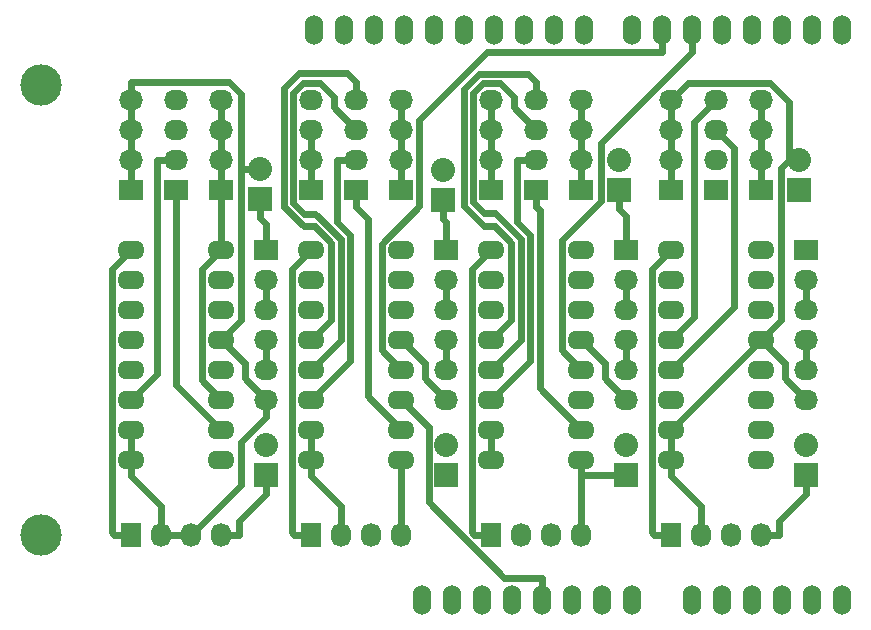
<source format=gbr>
G04 #@! TF.FileFunction,Copper,L2,Bot,Signal*
%FSLAX46Y46*%
G04 Gerber Fmt 4.6, Leading zero omitted, Abs format (unit mm)*
G04 Created by KiCad (PCBNEW 4.0.1-stable) date 2/3/2016 9:56:59 PM*
%MOMM*%
G01*
G04 APERTURE LIST*
%ADD10C,0.100000*%
%ADD11O,1.524000X2.540000*%
%ADD12R,2.032000X1.727200*%
%ADD13O,2.032000X1.727200*%
%ADD14R,1.727200X2.032000*%
%ADD15O,1.727200X2.032000*%
%ADD16R,2.032000X2.032000*%
%ADD17O,2.032000X2.032000*%
%ADD18O,2.300000X1.600000*%
%ADD19C,3.500000*%
%ADD20C,0.600000*%
G04 APERTURE END LIST*
D10*
D11*
X67760000Y-5534000D03*
X65220000Y-5534000D03*
X62680000Y-5534000D03*
X55060000Y-5534000D03*
X57600000Y-5534000D03*
X60140000Y-5534000D03*
X49980000Y-5534000D03*
X47440000Y-5534000D03*
X44900000Y-5534000D03*
X39820000Y-5534000D03*
X37280000Y-5534000D03*
X67760000Y42726000D03*
X65220000Y42726000D03*
X62680000Y42726000D03*
X60140000Y42726000D03*
X57600000Y42726000D03*
X55060000Y42726000D03*
X52520000Y42726000D03*
X49980000Y42726000D03*
X45916000Y42726000D03*
X43376000Y42726000D03*
X40836000Y42726000D03*
X38296000Y42726000D03*
X35756000Y42726000D03*
X33216000Y42726000D03*
X30676000Y42726000D03*
X28136000Y42726000D03*
X42360000Y-5534000D03*
X25596000Y42726000D03*
X23056000Y42726000D03*
X34740000Y-5534000D03*
X32200000Y-5534000D03*
D12*
X15240000Y29210000D03*
D13*
X15240000Y31750000D03*
X15240000Y34290000D03*
X15240000Y36830000D03*
D12*
X30480000Y29210000D03*
D13*
X30480000Y31750000D03*
X30480000Y34290000D03*
X30480000Y36830000D03*
D14*
X7620000Y0D03*
D15*
X10160000Y0D03*
X12700000Y0D03*
X15240000Y0D03*
D16*
X19050000Y5080000D03*
D17*
X19050000Y7620000D03*
D12*
X34290000Y24130000D03*
D13*
X34290000Y21590000D03*
X34290000Y19050000D03*
X34290000Y16510000D03*
X34290000Y13970000D03*
X34290000Y11430000D03*
D18*
X7620000Y24130000D03*
X7620000Y21590000D03*
X7620000Y19050000D03*
X7620000Y16510000D03*
X7620000Y13970000D03*
X7620000Y11430000D03*
X7620000Y8890000D03*
X7620000Y6350000D03*
X15240000Y6350000D03*
X15240000Y8890000D03*
X15240000Y11430000D03*
X15240000Y13970000D03*
X15240000Y16510000D03*
X15240000Y19050000D03*
X15240000Y21590000D03*
X15240000Y24130000D03*
X22860000Y24130000D03*
X22860000Y21590000D03*
X22860000Y19050000D03*
X22860000Y16510000D03*
X22860000Y13970000D03*
X22860000Y11430000D03*
X22860000Y8890000D03*
X22860000Y6350000D03*
X30480000Y6350000D03*
X30480000Y8890000D03*
X30480000Y11430000D03*
X30480000Y13970000D03*
X30480000Y16510000D03*
X30480000Y19050000D03*
X30480000Y21590000D03*
X30480000Y24130000D03*
X38100000Y24130000D03*
X38100000Y21590000D03*
X38100000Y19050000D03*
X38100000Y16510000D03*
X38100000Y13970000D03*
X38100000Y11430000D03*
X38100000Y8890000D03*
X38100000Y6350000D03*
X45720000Y6350000D03*
X45720000Y8890000D03*
X45720000Y11430000D03*
X45720000Y13970000D03*
X45720000Y16510000D03*
X45720000Y19050000D03*
X45720000Y21590000D03*
X45720000Y24130000D03*
X53340000Y24130000D03*
X53340000Y21590000D03*
X53340000Y19050000D03*
X53340000Y16510000D03*
X53340000Y13970000D03*
X53340000Y11430000D03*
X53340000Y8890000D03*
X53340000Y6350000D03*
X60960000Y6350000D03*
X60960000Y8890000D03*
X60960000Y11430000D03*
X60960000Y13970000D03*
X60960000Y16510000D03*
X60960000Y19050000D03*
X60960000Y21590000D03*
X60960000Y24130000D03*
D12*
X11430000Y29210000D03*
D13*
X11430000Y31750000D03*
X11430000Y34290000D03*
X11430000Y36830000D03*
D12*
X7620000Y29210000D03*
D13*
X7620000Y31750000D03*
X7620000Y34290000D03*
X7620000Y36830000D03*
D12*
X26670000Y29210000D03*
D13*
X26670000Y31750000D03*
X26670000Y34290000D03*
X26670000Y36830000D03*
D12*
X22860000Y29210000D03*
D13*
X22860000Y31750000D03*
X22860000Y34290000D03*
X22860000Y36830000D03*
D14*
X22860000Y0D03*
D15*
X25400000Y0D03*
X27940000Y0D03*
X30480000Y0D03*
D16*
X34290000Y5080000D03*
D17*
X34290000Y7620000D03*
D12*
X19050000Y24130000D03*
D13*
X19050000Y21590000D03*
X19050000Y19050000D03*
X19050000Y16510000D03*
X19050000Y13970000D03*
X19050000Y11430000D03*
D12*
X45720000Y29210000D03*
D13*
X45720000Y31750000D03*
X45720000Y34290000D03*
X45720000Y36830000D03*
D12*
X41910000Y29210000D03*
D13*
X41910000Y31750000D03*
X41910000Y34290000D03*
X41910000Y36830000D03*
D12*
X38100000Y29210000D03*
D13*
X38100000Y31750000D03*
X38100000Y34290000D03*
X38100000Y36830000D03*
D12*
X60960000Y29210000D03*
D13*
X60960000Y31750000D03*
X60960000Y34290000D03*
X60960000Y36830000D03*
D12*
X57150000Y29210000D03*
D13*
X57150000Y31750000D03*
X57150000Y34290000D03*
X57150000Y36830000D03*
D12*
X53340000Y29210000D03*
D13*
X53340000Y31750000D03*
X53340000Y34290000D03*
X53340000Y36830000D03*
D14*
X38100000Y0D03*
D15*
X40640000Y0D03*
X43180000Y0D03*
X45720000Y0D03*
D16*
X49530000Y5080000D03*
D17*
X49530000Y7620000D03*
D14*
X53340000Y0D03*
D15*
X55880000Y0D03*
X58420000Y0D03*
X60960000Y0D03*
D16*
X64770000Y5080000D03*
D17*
X64770000Y7620000D03*
D12*
X49530000Y24130000D03*
D13*
X49530000Y21590000D03*
X49530000Y19050000D03*
X49530000Y16510000D03*
X49530000Y13970000D03*
X49530000Y11430000D03*
D12*
X64770000Y24130000D03*
D13*
X64770000Y21590000D03*
X64770000Y19050000D03*
X64770000Y16510000D03*
X64770000Y13970000D03*
X64770000Y11430000D03*
D16*
X18542000Y28448000D03*
D17*
X18542000Y30988000D03*
D16*
X34036000Y28321000D03*
D17*
X34036000Y30861000D03*
D16*
X48895000Y29210000D03*
D17*
X48895000Y31750000D03*
D16*
X64135000Y29210000D03*
D17*
X64135000Y31750000D03*
D19*
X0Y38100000D03*
X0Y0D03*
D20*
X32774000Y9136000D02*
X30480000Y11430000D01*
X32774000Y2731000D02*
X32774000Y9136000D01*
X39168000Y-3664000D02*
X32774000Y2731000D01*
X42360000Y-3664000D02*
X39168000Y-3664000D01*
X42360000Y-5534000D02*
X42360000Y-3664000D01*
X15240000Y24130000D02*
X15240000Y29210000D01*
X13571100Y13099000D02*
X15240000Y11430000D01*
X13571100Y22461000D02*
X13571100Y13099000D01*
X15240000Y24130000D02*
X13571100Y22461000D01*
X19050000Y26324000D02*
X19050000Y24130000D01*
X18542000Y26832000D02*
X19050000Y26324000D01*
X18542000Y28448000D02*
X18542000Y26832000D01*
X34290000Y26451000D02*
X34290000Y24130000D01*
X34036000Y26705000D02*
X34290000Y26451000D01*
X34036000Y28321000D02*
X34036000Y26705000D01*
X49530000Y26959000D02*
X49530000Y24130000D01*
X48895000Y27594000D02*
X49530000Y26959000D01*
X48895000Y29210000D02*
X48895000Y27594000D01*
X15240000Y36830000D02*
X15240000Y34290000D01*
X30480000Y36830000D02*
X30480000Y34290000D01*
X45720000Y36830000D02*
X45720000Y34290000D01*
X60960000Y36830000D02*
X60960000Y34290000D01*
X60960000Y34290000D02*
X60960000Y31750000D01*
X60960000Y31750000D02*
X60960000Y29210000D01*
X45720000Y34290000D02*
X45720000Y31750000D01*
X45720000Y31750000D02*
X45720000Y29210000D01*
X30480000Y34290000D02*
X30480000Y31750000D01*
X30480000Y31750000D02*
X30480000Y29210000D01*
X15240000Y34290000D02*
X15240000Y31750000D01*
X15240000Y31750000D02*
X15240000Y29210000D01*
X47679000Y13281000D02*
X49530000Y11430000D01*
X47679000Y14551000D02*
X47679000Y13281000D01*
X45720000Y16510000D02*
X47679000Y14551000D01*
X32439000Y13281000D02*
X34290000Y11430000D01*
X32439000Y14551000D02*
X32439000Y13281000D01*
X30480000Y16510000D02*
X32439000Y14551000D01*
X7620000Y8890000D02*
X7620000Y6350000D01*
X10160000Y2410000D02*
X10160000Y0D01*
X7620000Y4950000D02*
X10160000Y2410000D01*
X7620000Y6350000D02*
X7620000Y4950000D01*
X55880000Y2410000D02*
X55880000Y0D01*
X53340000Y4950000D02*
X55880000Y2410000D01*
X53340000Y6350000D02*
X53340000Y4950000D01*
X22860000Y8890000D02*
X22860000Y6350000D01*
X25400000Y2410000D02*
X25400000Y0D01*
X22860000Y4950000D02*
X25400000Y2410000D01*
X22860000Y6350000D02*
X22860000Y4950000D01*
X38100000Y8890000D02*
X38100000Y6350000D01*
X17199000Y13281000D02*
X19050000Y11430000D01*
X17199000Y14551000D02*
X17199000Y13281000D01*
X15240000Y16510000D02*
X17199000Y14551000D01*
X18542000Y30988000D02*
X16926000Y30988000D01*
X16926000Y18196000D02*
X16926000Y30988000D01*
X15240000Y16510000D02*
X16926000Y18196000D01*
X22860000Y31750000D02*
X22860000Y29210000D01*
X7620000Y36830000D02*
X7620000Y34290000D01*
X16926000Y37279300D02*
X16926000Y30988000D01*
X15912000Y38293600D02*
X16926000Y37279300D01*
X7620000Y38293600D02*
X15912000Y38293600D01*
X7620000Y36830000D02*
X7620000Y38293600D01*
X22860000Y34290000D02*
X22860000Y31750000D01*
X64135000Y31750000D02*
X63327000Y31750000D01*
X54775000Y38264700D02*
X53340000Y36830000D01*
X61664000Y38264700D02*
X54775000Y38264700D01*
X63327000Y36601900D02*
X61664000Y38264700D01*
X63327000Y31750000D02*
X63327000Y36601900D01*
X16890000Y4190000D02*
X12700000Y0D01*
X16890000Y7807000D02*
X16890000Y4190000D01*
X19050000Y9966000D02*
X16890000Y7807000D01*
X19050000Y11430000D02*
X19050000Y9966000D01*
X12700000Y0D02*
X10160000Y0D01*
X62919000Y13281000D02*
X64770000Y11430000D01*
X62919000Y14551000D02*
X62919000Y13281000D01*
X60960000Y16510000D02*
X62919000Y14551000D01*
X62618000Y31041500D02*
X63327000Y31750000D01*
X62618000Y18168000D02*
X62618000Y31041500D01*
X60960000Y16510000D02*
X62618000Y18168000D01*
X60960000Y16510000D02*
X53340000Y8890000D01*
X53340000Y8890000D02*
X53340000Y6350000D01*
X7620000Y34290000D02*
X7620000Y31750000D01*
X7620000Y31750000D02*
X7620000Y29210000D01*
X38100000Y36830000D02*
X38100000Y34290000D01*
X53340000Y36830000D02*
X53340000Y34290000D01*
X53340000Y34290000D02*
X53340000Y31750000D01*
X53340000Y31750000D02*
X53340000Y29210000D01*
X38100000Y34290000D02*
X38100000Y31750000D01*
X38100000Y31750000D02*
X38100000Y29210000D01*
X44059000Y15631000D02*
X45720000Y13970000D01*
X44059000Y24916100D02*
X44059000Y15631000D01*
X47379000Y28236200D02*
X44059000Y24916100D01*
X47379000Y33174700D02*
X47379000Y28236200D01*
X55060000Y40856000D02*
X47379000Y33174700D01*
X55060000Y42726000D02*
X55060000Y40856000D01*
X37743300Y40856000D02*
X52520000Y40856000D01*
X31996400Y35109100D02*
X37743300Y40856000D01*
X31996400Y27842500D02*
X31996400Y35109100D01*
X28795300Y24641400D02*
X31996400Y27842500D01*
X28795300Y15654700D02*
X28795300Y24641400D01*
X30480000Y13970000D02*
X28795300Y15654700D01*
X52520000Y42726000D02*
X52520000Y40856000D01*
X9814000Y13624000D02*
X7620000Y11430000D01*
X9814000Y31750000D02*
X9814000Y13624000D01*
X11430000Y31750000D02*
X9814000Y31750000D01*
X25054000Y31750000D02*
X26670000Y31750000D01*
X25054000Y26451600D02*
X25054000Y31750000D01*
X26154000Y25351200D02*
X25054000Y26451600D01*
X26154000Y14724000D02*
X26154000Y25351200D01*
X22860000Y11430000D02*
X26154000Y14724000D01*
X5948400Y22458000D02*
X7620000Y24130000D01*
X5948400Y208000D02*
X5948400Y22458000D01*
X6156400Y0D02*
X5948400Y208000D01*
X7620000Y0D02*
X6156400Y0D01*
X19050000Y3464000D02*
X19050000Y5080000D01*
X16704000Y1118000D02*
X19050000Y3464000D01*
X16704000Y0D02*
X16704000Y1118000D01*
X15240000Y0D02*
X16704000Y0D01*
X30480000Y6350000D02*
X30480000Y0D01*
X19050000Y19050000D02*
X19050000Y21590000D01*
X34290000Y19050000D02*
X34290000Y21590000D01*
X34290000Y13970000D02*
X34290000Y16510000D01*
X11430000Y12700000D02*
X11430000Y29210000D01*
X15240000Y8890000D02*
X11430000Y12700000D01*
X27651000Y11719000D02*
X30480000Y8890000D01*
X27651000Y26765400D02*
X27651000Y11719000D01*
X26670000Y27746400D02*
X27651000Y26765400D01*
X26670000Y29210000D02*
X26670000Y27746400D01*
X24765000Y36195000D02*
X26670000Y34290000D01*
X24765000Y37041500D02*
X24765000Y36195000D01*
X23577000Y38229400D02*
X24765000Y37041500D01*
X22172000Y38229400D02*
X23577000Y38229400D01*
X21335000Y37392000D02*
X22172000Y38229400D01*
X21335000Y28119200D02*
X21335000Y37392000D01*
X22268000Y27186000D02*
X21335000Y28119200D01*
X23188000Y27186000D02*
X22268000Y27186000D01*
X25354000Y25019600D02*
X23188000Y27186000D01*
X25354000Y16464000D02*
X25354000Y25019600D01*
X22860000Y13970000D02*
X25354000Y16464000D01*
X24554000Y18204000D02*
X22860000Y16510000D01*
X24554000Y24688000D02*
X24554000Y18204000D01*
X23139000Y26102700D02*
X24554000Y24688000D01*
X22213000Y26102700D02*
X23139000Y26102700D01*
X20534000Y27781500D02*
X22213000Y26102700D01*
X20534000Y37793500D02*
X20534000Y27781500D01*
X21825000Y39083700D02*
X20534000Y37793500D01*
X25880000Y39083700D02*
X21825000Y39083700D01*
X26670000Y38293600D02*
X25880000Y39083700D01*
X26670000Y36830000D02*
X26670000Y38293600D01*
X21194000Y22464000D02*
X22860000Y24130000D01*
X21194000Y203000D02*
X21194000Y22464000D01*
X21396000Y0D02*
X21194000Y203000D01*
X22860000Y0D02*
X21396000Y0D01*
X19050000Y13970000D02*
X19050000Y16510000D01*
X42195000Y12415000D02*
X45720000Y8890000D01*
X42195000Y27461700D02*
X42195000Y12415000D01*
X41910000Y27746400D02*
X42195000Y27461700D01*
X41910000Y29210000D02*
X41910000Y27746400D01*
X40294000Y31750000D02*
X41910000Y31750000D01*
X40294000Y26451600D02*
X40294000Y31750000D01*
X41394000Y25351200D02*
X40294000Y26451600D01*
X41394000Y14724000D02*
X41394000Y25351200D01*
X38100000Y11430000D02*
X41394000Y14724000D01*
X40005000Y36195000D02*
X41910000Y34290000D01*
X40005000Y37041500D02*
X40005000Y36195000D01*
X38834000Y38212100D02*
X40005000Y37041500D01*
X37397000Y38212100D02*
X38834000Y38212100D01*
X36541000Y37356300D02*
X37397000Y38212100D01*
X36541000Y28152800D02*
X36541000Y37356300D01*
X37491000Y27202800D02*
X36541000Y28152800D01*
X38411000Y27202800D02*
X37491000Y27202800D01*
X40594000Y25019600D02*
X38411000Y27202800D01*
X40594000Y16464000D02*
X40594000Y25019600D01*
X38100000Y13970000D02*
X40594000Y16464000D01*
X39794000Y18204000D02*
X38100000Y16510000D01*
X39794000Y24688000D02*
X39794000Y18204000D01*
X38362000Y26119500D02*
X39794000Y24688000D01*
X37430000Y26119500D02*
X38362000Y26119500D01*
X35741000Y27809100D02*
X37430000Y26119500D01*
X35741000Y37707000D02*
X35741000Y27809100D01*
X37048000Y39014700D02*
X35741000Y37707000D01*
X41189000Y39014700D02*
X37048000Y39014700D01*
X41910000Y38293600D02*
X41189000Y39014700D01*
X41910000Y36830000D02*
X41910000Y38293600D01*
X58666000Y19296000D02*
X53340000Y13970000D01*
X58666000Y32773600D02*
X58666000Y19296000D01*
X57150000Y34290000D02*
X58666000Y32773600D01*
X55245000Y34925000D02*
X57150000Y36830000D01*
X55245000Y18415000D02*
X55245000Y34925000D01*
X53340000Y16510000D02*
X55245000Y18415000D01*
X36434000Y22464000D02*
X38100000Y24130000D01*
X36434000Y203000D02*
X36434000Y22464000D01*
X36636000Y0D02*
X36434000Y203000D01*
X38100000Y0D02*
X36636000Y0D01*
X45720000Y5080000D02*
X49530000Y5080000D01*
X45720000Y6350000D02*
X45720000Y5080000D01*
X45720000Y5080000D02*
X45720000Y0D01*
X51674000Y22464000D02*
X53340000Y24130000D01*
X51674000Y203000D02*
X51674000Y22464000D01*
X51876000Y0D02*
X51674000Y203000D01*
X53340000Y0D02*
X51876000Y0D01*
X64770000Y3464000D02*
X64770000Y5080000D01*
X62424000Y1118000D02*
X64770000Y3464000D01*
X62424000Y0D02*
X62424000Y1118000D01*
X60960000Y0D02*
X62424000Y0D01*
X49530000Y19050000D02*
X49530000Y21590000D01*
X49530000Y13970000D02*
X49530000Y16510000D01*
X64770000Y19050000D02*
X64770000Y21590000D01*
X64770000Y13970000D02*
X64770000Y16510000D01*
M02*

</source>
